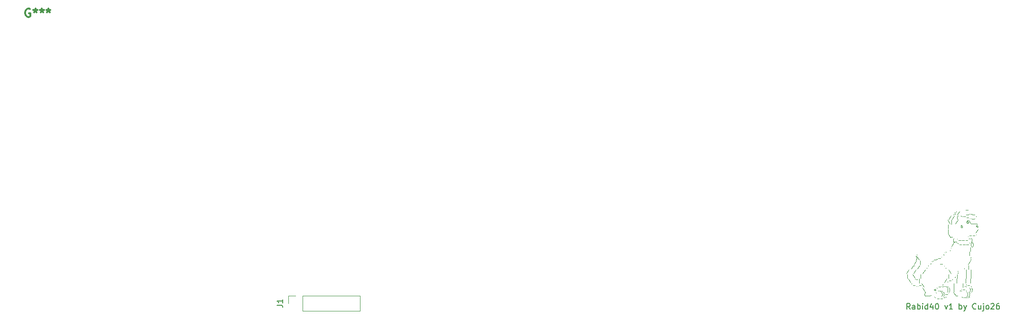
<source format=gto>
%TF.GenerationSoftware,KiCad,Pcbnew,(6.0.6)*%
%TF.CreationDate,2022-08-17T20:56:33+02:00*%
%TF.ProjectId,rabid40,72616269-6434-4302-9e6b-696361645f70,rev?*%
%TF.SameCoordinates,Original*%
%TF.FileFunction,Legend,Top*%
%TF.FilePolarity,Positive*%
%FSLAX46Y46*%
G04 Gerber Fmt 4.6, Leading zero omitted, Abs format (unit mm)*
G04 Created by KiCad (PCBNEW (6.0.6)) date 2022-08-17 20:56:33*
%MOMM*%
%LPD*%
G01*
G04 APERTURE LIST*
%ADD10C,0.150000*%
%ADD11C,0.125000*%
%ADD12C,0.300000*%
%ADD13C,0.120000*%
%ADD14C,3.987800*%
%ADD15C,1.750000*%
%ADD16C,3.048000*%
%ADD17R,1.700000X1.700000*%
%ADD18O,1.700000X1.700000*%
G04 APERTURE END LIST*
D10*
X183703333Y-113432380D02*
X183370000Y-112956190D01*
X183131904Y-113432380D02*
X183131904Y-112432380D01*
X183512857Y-112432380D01*
X183608095Y-112480000D01*
X183655714Y-112527619D01*
X183703333Y-112622857D01*
X183703333Y-112765714D01*
X183655714Y-112860952D01*
X183608095Y-112908571D01*
X183512857Y-112956190D01*
X183131904Y-112956190D01*
X184560476Y-113432380D02*
X184560476Y-112908571D01*
X184512857Y-112813333D01*
X184417619Y-112765714D01*
X184227142Y-112765714D01*
X184131904Y-112813333D01*
X184560476Y-113384761D02*
X184465238Y-113432380D01*
X184227142Y-113432380D01*
X184131904Y-113384761D01*
X184084285Y-113289523D01*
X184084285Y-113194285D01*
X184131904Y-113099047D01*
X184227142Y-113051428D01*
X184465238Y-113051428D01*
X184560476Y-113003809D01*
X185036666Y-113432380D02*
X185036666Y-112432380D01*
X185036666Y-112813333D02*
X185131904Y-112765714D01*
X185322380Y-112765714D01*
X185417619Y-112813333D01*
X185465238Y-112860952D01*
X185512857Y-112956190D01*
X185512857Y-113241904D01*
X185465238Y-113337142D01*
X185417619Y-113384761D01*
X185322380Y-113432380D01*
X185131904Y-113432380D01*
X185036666Y-113384761D01*
X185941428Y-113432380D02*
X185941428Y-112765714D01*
X185941428Y-112432380D02*
X185893809Y-112480000D01*
X185941428Y-112527619D01*
X185989047Y-112480000D01*
X185941428Y-112432380D01*
X185941428Y-112527619D01*
X186846190Y-113432380D02*
X186846190Y-112432380D01*
X186846190Y-113384761D02*
X186750952Y-113432380D01*
X186560476Y-113432380D01*
X186465238Y-113384761D01*
X186417619Y-113337142D01*
X186370000Y-113241904D01*
X186370000Y-112956190D01*
X186417619Y-112860952D01*
X186465238Y-112813333D01*
X186560476Y-112765714D01*
X186750952Y-112765714D01*
X186846190Y-112813333D01*
X187750952Y-112765714D02*
X187750952Y-113432380D01*
X187512857Y-112384761D02*
X187274761Y-113099047D01*
X187893809Y-113099047D01*
X188465238Y-112432380D02*
X188560476Y-112432380D01*
X188655714Y-112480000D01*
X188703333Y-112527619D01*
X188750952Y-112622857D01*
X188798571Y-112813333D01*
X188798571Y-113051428D01*
X188750952Y-113241904D01*
X188703333Y-113337142D01*
X188655714Y-113384761D01*
X188560476Y-113432380D01*
X188465238Y-113432380D01*
X188370000Y-113384761D01*
X188322380Y-113337142D01*
X188274761Y-113241904D01*
X188227142Y-113051428D01*
X188227142Y-112813333D01*
X188274761Y-112622857D01*
X188322380Y-112527619D01*
X188370000Y-112480000D01*
X188465238Y-112432380D01*
X189893809Y-112765714D02*
X190131904Y-113432380D01*
X190370000Y-112765714D01*
X191274761Y-113432380D02*
X190703333Y-113432380D01*
X190989047Y-113432380D02*
X190989047Y-112432380D01*
X190893809Y-112575238D01*
X190798571Y-112670476D01*
X190703333Y-112718095D01*
X192465238Y-113432380D02*
X192465238Y-112432380D01*
X192465238Y-112813333D02*
X192560476Y-112765714D01*
X192750952Y-112765714D01*
X192846190Y-112813333D01*
X192893809Y-112860952D01*
X192941428Y-112956190D01*
X192941428Y-113241904D01*
X192893809Y-113337142D01*
X192846190Y-113384761D01*
X192750952Y-113432380D01*
X192560476Y-113432380D01*
X192465238Y-113384761D01*
X193274761Y-112765714D02*
X193512857Y-113432380D01*
X193750952Y-112765714D02*
X193512857Y-113432380D01*
X193417619Y-113670476D01*
X193370000Y-113718095D01*
X193274761Y-113765714D01*
X195465238Y-113337142D02*
X195417619Y-113384761D01*
X195274761Y-113432380D01*
X195179523Y-113432380D01*
X195036666Y-113384761D01*
X194941428Y-113289523D01*
X194893809Y-113194285D01*
X194846190Y-113003809D01*
X194846190Y-112860952D01*
X194893809Y-112670476D01*
X194941428Y-112575238D01*
X195036666Y-112480000D01*
X195179523Y-112432380D01*
X195274761Y-112432380D01*
X195417619Y-112480000D01*
X195465238Y-112527619D01*
X196322380Y-112765714D02*
X196322380Y-113432380D01*
X195893809Y-112765714D02*
X195893809Y-113289523D01*
X195941428Y-113384761D01*
X196036666Y-113432380D01*
X196179523Y-113432380D01*
X196274761Y-113384761D01*
X196322380Y-113337142D01*
X196798571Y-112765714D02*
X196798571Y-113622857D01*
X196750952Y-113718095D01*
X196655714Y-113765714D01*
X196608095Y-113765714D01*
X196798571Y-112432380D02*
X196750952Y-112480000D01*
X196798571Y-112527619D01*
X196846190Y-112480000D01*
X196798571Y-112432380D01*
X196798571Y-112527619D01*
X197417619Y-113432380D02*
X197322380Y-113384761D01*
X197274761Y-113337142D01*
X197227142Y-113241904D01*
X197227142Y-112956190D01*
X197274761Y-112860952D01*
X197322380Y-112813333D01*
X197417619Y-112765714D01*
X197560476Y-112765714D01*
X197655714Y-112813333D01*
X197703333Y-112860952D01*
X197750952Y-112956190D01*
X197750952Y-113241904D01*
X197703333Y-113337142D01*
X197655714Y-113384761D01*
X197560476Y-113432380D01*
X197417619Y-113432380D01*
X198131904Y-112527619D02*
X198179523Y-112480000D01*
X198274761Y-112432380D01*
X198512857Y-112432380D01*
X198608095Y-112480000D01*
X198655714Y-112527619D01*
X198703333Y-112622857D01*
X198703333Y-112718095D01*
X198655714Y-112860952D01*
X198084285Y-113432380D01*
X198703333Y-113432380D01*
X199560476Y-112432380D02*
X199370000Y-112432380D01*
X199274761Y-112480000D01*
X199227142Y-112527619D01*
X199131904Y-112670476D01*
X199084285Y-112860952D01*
X199084285Y-113241904D01*
X199131904Y-113337142D01*
X199179523Y-113384761D01*
X199274761Y-113432380D01*
X199465238Y-113432380D01*
X199560476Y-113384761D01*
X199608095Y-113337142D01*
X199655714Y-113241904D01*
X199655714Y-113003809D01*
X199608095Y-112908571D01*
X199560476Y-112860952D01*
X199465238Y-112813333D01*
X199274761Y-112813333D01*
X199179523Y-112860952D01*
X199131904Y-112908571D01*
X199084285Y-113003809D01*
D11*
X193646666Y-95723809D02*
X194027619Y-95723809D01*
X191479999Y-96457380D02*
X191479999Y-96481190D01*
X191456190Y-96528809D01*
X191432380Y-96552619D01*
X191694285Y-96433571D02*
X191718095Y-96457380D01*
X191694285Y-96481190D01*
X191670476Y-96457380D01*
X191694285Y-96433571D01*
X191694285Y-96481190D01*
X191694285Y-96171666D02*
X191718095Y-96195476D01*
X191694285Y-96219285D01*
X191670476Y-96195476D01*
X191694285Y-96171666D01*
X191694285Y-96219285D01*
X191956190Y-95981190D02*
X191908571Y-96076428D01*
X192527619Y-95957380D02*
X192099047Y-96600238D01*
X193718095Y-96528809D02*
X194099047Y-96528809D01*
X194218095Y-96433571D02*
X194241904Y-96457380D01*
X194218095Y-96481190D01*
X194194285Y-96457380D01*
X194218095Y-96433571D01*
X194218095Y-96481190D01*
X194456190Y-96433571D02*
X194479999Y-96457380D01*
X194456190Y-96481190D01*
X194432380Y-96457380D01*
X194456190Y-96433571D01*
X194456190Y-96481190D01*
X194694285Y-96433571D02*
X194718095Y-96457380D01*
X194694285Y-96481190D01*
X194670476Y-96457380D01*
X194694285Y-96433571D01*
X194694285Y-96481190D01*
X194813333Y-96528809D02*
X195194285Y-96528809D01*
X191027619Y-96762380D02*
X190599047Y-97405238D01*
X191551428Y-96762380D02*
X191122857Y-97405238D01*
X192241904Y-97476666D02*
X192218095Y-97452857D01*
X192170476Y-97381428D01*
X192146666Y-97333809D01*
X192122857Y-97262380D01*
X192099047Y-97143333D01*
X192099047Y-97048095D01*
X192122857Y-96929047D01*
X192146666Y-96857619D01*
X192170476Y-96810000D01*
X192218095Y-96738571D01*
X192241904Y-96714761D01*
X192741904Y-96762380D02*
X192813333Y-96833809D01*
X192980000Y-96786190D02*
X192980000Y-96881428D01*
X193170476Y-96786190D02*
X193170476Y-96881428D01*
X193360952Y-96786190D02*
X193360952Y-96881428D01*
X193551428Y-96786190D02*
X193551428Y-96881428D01*
X193765714Y-97095714D02*
X194146666Y-97095714D01*
X194384761Y-97238571D02*
X194408571Y-97262380D01*
X194384761Y-97286190D01*
X194360952Y-97262380D01*
X194384761Y-97238571D01*
X194384761Y-97286190D01*
X194622857Y-97238571D02*
X194646666Y-97262380D01*
X194622857Y-97286190D01*
X194599047Y-97262380D01*
X194622857Y-97238571D01*
X194622857Y-97286190D01*
X194741904Y-97333809D02*
X195122857Y-97333809D01*
X195241904Y-97238571D02*
X195265714Y-97262380D01*
X195241904Y-97286190D01*
X195218095Y-97262380D01*
X195241904Y-97238571D01*
X195241904Y-97286190D01*
X195503809Y-96786190D02*
X195456190Y-96881428D01*
X190432380Y-97543571D02*
X190860952Y-98186428D01*
X191051428Y-98257857D02*
X191051428Y-97543571D01*
X192146666Y-97567380D02*
X191718095Y-98210238D01*
X194051428Y-97591190D02*
X193956190Y-97591190D01*
X193908571Y-97615000D01*
X193884761Y-97638809D01*
X193837142Y-97710238D01*
X193813333Y-97805476D01*
X193813333Y-97995952D01*
X193837142Y-98043571D01*
X193860952Y-98067380D01*
X193908571Y-98091190D01*
X194003809Y-98091190D01*
X194051428Y-98067380D01*
X194075238Y-98043571D01*
X194099047Y-97995952D01*
X194099047Y-97876904D01*
X194075238Y-97829285D01*
X194051428Y-97805476D01*
X194003809Y-97781666D01*
X193908571Y-97781666D01*
X193860952Y-97805476D01*
X193837142Y-97829285D01*
X193813333Y-97876904D01*
X194146666Y-97543571D02*
X194575238Y-98186428D01*
X194527619Y-98138809D02*
X194908571Y-98138809D01*
X194908571Y-98138809D02*
X195289523Y-98138809D01*
X195289523Y-98138809D02*
X195670476Y-98138809D01*
X190503809Y-99062857D02*
X190503809Y-98348571D01*
X192980000Y-98396190D02*
X192884761Y-98396190D01*
X192837142Y-98420000D01*
X192813333Y-98443809D01*
X192765714Y-98515238D01*
X192741904Y-98610476D01*
X192741904Y-98800952D01*
X192765714Y-98848571D01*
X192789523Y-98872380D01*
X192837142Y-98896190D01*
X192932380Y-98896190D01*
X192980000Y-98872380D01*
X193003809Y-98848571D01*
X193027619Y-98800952D01*
X193027619Y-98681904D01*
X193003809Y-98634285D01*
X192980000Y-98610476D01*
X192932380Y-98586666D01*
X192837142Y-98586666D01*
X192789523Y-98610476D01*
X192765714Y-98634285D01*
X192741904Y-98681904D01*
X195741904Y-98562857D02*
X195741904Y-98896190D01*
X195622857Y-98372380D02*
X195503809Y-98729523D01*
X195813333Y-98729523D01*
X190527619Y-99867857D02*
X190527619Y-99153571D01*
X195813333Y-99177380D02*
X195384761Y-99820238D01*
X190480000Y-99958571D02*
X190908571Y-100601428D01*
X190860952Y-100553809D02*
X191241904Y-100553809D01*
X194027619Y-100458571D02*
X194051428Y-100482380D01*
X194027619Y-100506190D01*
X194003809Y-100482380D01*
X194027619Y-100458571D01*
X194027619Y-100506190D01*
X194265714Y-100315714D02*
X194646666Y-100315714D01*
X194884761Y-100315714D02*
X195265714Y-100315714D01*
X195527619Y-100006190D02*
X195480000Y-100101428D01*
X191551428Y-101501666D02*
X191527619Y-101477857D01*
X191480000Y-101406428D01*
X191456190Y-101358809D01*
X191432380Y-101287380D01*
X191408571Y-101168333D01*
X191408571Y-101073095D01*
X191432380Y-100954047D01*
X191456190Y-100882619D01*
X191480000Y-100835000D01*
X191527619Y-100763571D01*
X191551428Y-100739761D01*
X191622857Y-101358809D02*
X192003809Y-101358809D01*
X192146666Y-100811190D02*
X192099047Y-100906428D01*
X192360952Y-101120714D02*
X192741904Y-101120714D01*
X192980000Y-101120714D02*
X193360952Y-101120714D01*
X193599047Y-101120714D02*
X193980000Y-101120714D01*
X194241904Y-100811190D02*
X194194285Y-100906428D01*
X194384761Y-100787380D02*
X194456190Y-100858809D01*
X194599047Y-101501666D02*
X194622857Y-101477857D01*
X194670476Y-101406428D01*
X194694285Y-101358809D01*
X194718095Y-101287380D01*
X194741904Y-101168333D01*
X194741904Y-101073095D01*
X194718095Y-100954047D01*
X194694285Y-100882619D01*
X194670476Y-100835000D01*
X194622857Y-100763571D01*
X194599047Y-100739761D01*
X191527619Y-101592380D02*
X191099047Y-102235238D01*
X192003809Y-101592380D02*
X192075238Y-101663809D01*
X192289523Y-101616190D02*
X192241904Y-101711428D01*
X192503809Y-101925714D02*
X192884761Y-101925714D01*
X193122857Y-101925714D02*
X193503809Y-101925714D01*
X193741904Y-101925714D02*
X194122857Y-101925714D01*
X194289523Y-101592380D02*
X194360952Y-101663809D01*
X194694285Y-102306666D02*
X194670476Y-102282857D01*
X194622857Y-102211428D01*
X194599047Y-102163809D01*
X194575238Y-102092380D01*
X194551428Y-101973333D01*
X194551428Y-101878095D01*
X194575238Y-101759047D01*
X194599047Y-101687619D01*
X194622857Y-101640000D01*
X194670476Y-101568571D01*
X194694285Y-101544761D01*
X194837142Y-102306666D02*
X194860952Y-102282857D01*
X194908571Y-102211428D01*
X194932380Y-102163809D01*
X194956190Y-102092380D01*
X194980000Y-101973333D01*
X194980000Y-101878095D01*
X194956190Y-101759047D01*
X194932380Y-101687619D01*
X194908571Y-101640000D01*
X194860952Y-101568571D01*
X194837142Y-101544761D01*
X190837142Y-102897380D02*
X190837142Y-102921190D01*
X190813333Y-102968809D01*
X190789523Y-102992619D01*
X191075238Y-102421190D02*
X191027619Y-102516428D01*
X194456190Y-103087857D02*
X194456190Y-102373571D01*
X184908571Y-103702380D02*
X184908571Y-103726190D01*
X184884761Y-103773809D01*
X184860952Y-103797619D01*
X189694285Y-103678571D02*
X189718095Y-103702380D01*
X189694285Y-103726190D01*
X189670476Y-103702380D01*
X189694285Y-103678571D01*
X189694285Y-103726190D01*
X189956190Y-103226190D02*
X189908571Y-103321428D01*
X190099047Y-103202380D02*
X190170476Y-103273809D01*
X194289523Y-103892857D02*
X194289523Y-103178571D01*
X184718095Y-104721666D02*
X184741904Y-104697857D01*
X184789523Y-104626428D01*
X184813333Y-104578809D01*
X184837142Y-104507380D01*
X184860952Y-104388333D01*
X184860952Y-104293095D01*
X184837142Y-104174047D01*
X184813333Y-104102619D01*
X184789523Y-104055000D01*
X184741904Y-103983571D01*
X184718095Y-103959761D01*
X184932380Y-103983571D02*
X185360952Y-104626428D01*
X187980000Y-104578809D02*
X188360952Y-104578809D01*
X188480000Y-104483571D02*
X188503809Y-104507380D01*
X188480000Y-104531190D01*
X188456190Y-104507380D01*
X188480000Y-104483571D01*
X188480000Y-104531190D01*
X188718095Y-104340714D02*
X189099047Y-104340714D01*
X189360952Y-104031190D02*
X189313333Y-104126428D01*
X194551428Y-104507380D02*
X194551428Y-104531190D01*
X194527619Y-104578809D01*
X194503809Y-104602619D01*
X194527619Y-104221666D02*
X194551428Y-104245476D01*
X194527619Y-104269285D01*
X194503809Y-104245476D01*
X194527619Y-104221666D01*
X194527619Y-104269285D01*
X184837142Y-104812380D02*
X184408571Y-105455238D01*
X185503809Y-105502857D02*
X185503809Y-104788571D01*
X187384761Y-105288571D02*
X187408571Y-105312380D01*
X187384761Y-105336190D01*
X187360952Y-105312380D01*
X187384761Y-105288571D01*
X187384761Y-105336190D01*
X187646666Y-104836190D02*
X187599047Y-104931428D01*
X187789523Y-104812380D02*
X187860952Y-104883809D01*
X189075238Y-105383809D02*
X189456190Y-105383809D01*
X194503809Y-104812380D02*
X194075238Y-105455238D01*
X184289523Y-105617380D02*
X183860952Y-106260238D01*
X184384761Y-105617380D02*
X184456190Y-105688809D01*
X185384761Y-105617380D02*
X184956190Y-106260238D01*
X186694285Y-106093571D02*
X186718095Y-106117380D01*
X186694285Y-106141190D01*
X186670476Y-106117380D01*
X186694285Y-106093571D01*
X186694285Y-106141190D01*
X186956190Y-105641190D02*
X186908571Y-105736428D01*
X189860952Y-105641190D02*
X189813333Y-105736428D01*
X190075238Y-106093571D02*
X190099047Y-106117380D01*
X190075238Y-106141190D01*
X190051428Y-106117380D01*
X190075238Y-106093571D01*
X190075238Y-106141190D01*
X193384761Y-106117380D02*
X193384761Y-106141190D01*
X193360952Y-106188809D01*
X193337142Y-106212619D01*
X194099047Y-106307857D02*
X194099047Y-105593571D01*
X183432380Y-106422380D02*
X183003809Y-107065238D01*
X184718095Y-106422380D02*
X184289523Y-107065238D01*
X186384761Y-106422380D02*
X185956190Y-107065238D01*
X190575238Y-106398571D02*
X191003809Y-107041428D01*
X192241904Y-106922380D02*
X192241904Y-106946190D01*
X192218095Y-106993809D01*
X192194285Y-107017619D01*
X192218095Y-106636666D02*
X192241904Y-106660476D01*
X192218095Y-106684285D01*
X192194285Y-106660476D01*
X192218095Y-106636666D01*
X192218095Y-106684285D01*
X193718095Y-107112857D02*
X193718095Y-106398571D01*
X194575238Y-107112857D02*
X194575238Y-106398571D01*
X183218095Y-107917857D02*
X183218095Y-107203571D01*
X184170476Y-107203571D02*
X184599047Y-107846428D01*
X185551428Y-107917857D02*
X185551428Y-107203571D01*
X190599047Y-107917857D02*
X190599047Y-107203571D01*
X191718095Y-107703571D02*
X191741904Y-107727380D01*
X191718095Y-107751190D01*
X191694285Y-107727380D01*
X191718095Y-107703571D01*
X191718095Y-107751190D01*
X192075238Y-107917857D02*
X192075238Y-107203571D01*
X193694285Y-107917857D02*
X193694285Y-107203571D01*
X194551428Y-107917857D02*
X194551428Y-107203571D01*
X183384761Y-108008571D02*
X183813333Y-108651428D01*
X184575238Y-108032380D02*
X184646666Y-108103809D01*
X184813333Y-108056190D02*
X184813333Y-108151428D01*
X185003809Y-108056190D02*
X185003809Y-108151428D01*
X185337142Y-108722857D02*
X185337142Y-108008571D01*
X190241904Y-108032380D02*
X189813333Y-108675238D01*
X190408571Y-108508571D02*
X190432380Y-108532380D01*
X190408571Y-108556190D01*
X190384761Y-108532380D01*
X190408571Y-108508571D01*
X190408571Y-108556190D01*
X190646666Y-108365714D02*
X191027619Y-108365714D01*
X191289523Y-108056190D02*
X191241904Y-108151428D01*
X192003809Y-108722857D02*
X192003809Y-108008571D01*
X193622857Y-108722857D02*
X193622857Y-108008571D01*
X194479999Y-108722857D02*
X194479999Y-108008571D01*
X183980000Y-108861190D02*
X183932380Y-108956428D01*
X184194285Y-109170714D02*
X184575238Y-109170714D01*
X184813333Y-109313571D02*
X184837142Y-109337380D01*
X184813333Y-109361190D01*
X184789523Y-109337380D01*
X184813333Y-109313571D01*
X184813333Y-109361190D01*
X185051428Y-109313571D02*
X185075238Y-109337380D01*
X185051428Y-109361190D01*
X185027619Y-109337380D01*
X185051428Y-109313571D01*
X185051428Y-109361190D01*
X185289523Y-109170714D02*
X185670476Y-109170714D01*
X185741904Y-108813571D02*
X186170476Y-109456428D01*
X188789523Y-109408809D02*
X189170476Y-109408809D01*
X189289523Y-109313571D02*
X189313333Y-109337380D01*
X189289523Y-109361190D01*
X189265714Y-109337380D01*
X189289523Y-109313571D01*
X189289523Y-109361190D01*
X189551428Y-109337380D02*
X189551428Y-109361190D01*
X189527619Y-109408809D01*
X189503809Y-109432619D01*
X189527619Y-109051666D02*
X189551428Y-109075476D01*
X189527619Y-109099285D01*
X189503809Y-109075476D01*
X189527619Y-109051666D01*
X189527619Y-109099285D01*
X189765714Y-109313571D02*
X189789523Y-109337380D01*
X189765714Y-109361190D01*
X189741904Y-109337380D01*
X189765714Y-109313571D01*
X189765714Y-109361190D01*
X190003809Y-109313571D02*
X190027619Y-109337380D01*
X190003809Y-109361190D01*
X189980000Y-109337380D01*
X190003809Y-109313571D01*
X190003809Y-109361190D01*
X190122857Y-109408809D02*
X190503809Y-109408809D01*
X191503809Y-109527857D02*
X191503809Y-108813571D01*
X193122857Y-109527857D02*
X193122857Y-108813571D01*
X193480000Y-109313571D02*
X193503809Y-109337380D01*
X193480000Y-109361190D01*
X193456190Y-109337380D01*
X193480000Y-109313571D01*
X193480000Y-109361190D01*
X193741904Y-109337380D02*
X193741904Y-109361190D01*
X193718095Y-109408809D01*
X193694285Y-109432619D01*
X193718095Y-109051666D02*
X193741904Y-109075476D01*
X193718095Y-109099285D01*
X193694285Y-109075476D01*
X193718095Y-109051666D01*
X193718095Y-109099285D01*
X193956190Y-109170714D02*
X194337142Y-109170714D01*
X194575238Y-109313571D02*
X194599047Y-109337380D01*
X194575238Y-109361190D01*
X194551428Y-109337380D01*
X194575238Y-109313571D01*
X194575238Y-109361190D01*
X185884761Y-109618571D02*
X186313333Y-110261428D01*
X188289523Y-109832857D02*
X187908571Y-109975714D01*
X188289523Y-110118571D01*
X188456190Y-109642380D02*
X188527619Y-109713809D01*
X188718095Y-110118571D02*
X188741904Y-110142380D01*
X188718095Y-110166190D01*
X188694285Y-110142380D01*
X188718095Y-110118571D01*
X188718095Y-110166190D01*
X188956190Y-110118571D02*
X188980000Y-110142380D01*
X188956190Y-110166190D01*
X188932380Y-110142380D01*
X188956190Y-110118571D01*
X188956190Y-110166190D01*
X189075238Y-110213809D02*
X189456190Y-110213809D01*
X190289523Y-110356666D02*
X190313333Y-110332857D01*
X190360952Y-110261428D01*
X190384761Y-110213809D01*
X190408571Y-110142380D01*
X190432380Y-110023333D01*
X190432380Y-109928095D01*
X190408571Y-109809047D01*
X190384761Y-109737619D01*
X190360952Y-109690000D01*
X190313333Y-109618571D01*
X190289523Y-109594761D01*
X190622857Y-110356666D02*
X190646666Y-110332857D01*
X190694285Y-110261428D01*
X190718095Y-110213809D01*
X190741904Y-110142380D01*
X190765714Y-110023333D01*
X190765714Y-109928095D01*
X190741904Y-109809047D01*
X190718095Y-109737619D01*
X190694285Y-109690000D01*
X190646666Y-109618571D01*
X190622857Y-109594761D01*
X191503809Y-110332857D02*
X191503809Y-109618571D01*
X192622857Y-110118571D02*
X192646666Y-110142380D01*
X192622857Y-110166190D01*
X192599047Y-110142380D01*
X192622857Y-110118571D01*
X192622857Y-110166190D01*
X192884761Y-110142380D02*
X192884761Y-110166190D01*
X192860952Y-110213809D01*
X192837142Y-110237619D01*
X192860952Y-109856666D02*
X192884761Y-109880476D01*
X192860952Y-109904285D01*
X192837142Y-109880476D01*
X192860952Y-109856666D01*
X192860952Y-109904285D01*
X193099047Y-109975714D02*
X193480000Y-109975714D01*
X193718095Y-110118571D02*
X193741904Y-110142380D01*
X193718095Y-110166190D01*
X193694285Y-110142380D01*
X193718095Y-110118571D01*
X193718095Y-110166190D01*
X194289523Y-110356666D02*
X194313333Y-110332857D01*
X194360952Y-110261428D01*
X194384761Y-110213809D01*
X194408571Y-110142380D01*
X194432380Y-110023333D01*
X194432380Y-109928095D01*
X194408571Y-109809047D01*
X194384761Y-109737619D01*
X194360952Y-109690000D01*
X194313333Y-109618571D01*
X194289523Y-109594761D01*
X194622857Y-110356666D02*
X194646666Y-110332857D01*
X194694285Y-110261428D01*
X194718095Y-110213809D01*
X194741904Y-110142380D01*
X194765714Y-110023333D01*
X194765714Y-109928095D01*
X194741904Y-109809047D01*
X194718095Y-109737619D01*
X194694285Y-109690000D01*
X194646666Y-109618571D01*
X194622857Y-109594761D01*
X186432380Y-111161666D02*
X186408571Y-111137857D01*
X186360952Y-111066428D01*
X186337142Y-111018809D01*
X186313333Y-110947380D01*
X186289523Y-110828333D01*
X186289523Y-110733095D01*
X186313333Y-110614047D01*
X186337142Y-110542619D01*
X186360952Y-110495000D01*
X186408571Y-110423571D01*
X186432380Y-110399761D01*
X186503809Y-111018809D02*
X186884761Y-111018809D01*
X186884761Y-111018809D02*
X187265714Y-111018809D01*
X187384761Y-110923571D02*
X187408571Y-110947380D01*
X187384761Y-110971190D01*
X187360952Y-110947380D01*
X187384761Y-110923571D01*
X187384761Y-110971190D01*
X188313333Y-110447380D02*
X188384761Y-110518809D01*
X189289523Y-111161666D02*
X189313333Y-111137857D01*
X189360952Y-111066428D01*
X189384761Y-111018809D01*
X189408571Y-110947380D01*
X189432380Y-110828333D01*
X189432380Y-110733095D01*
X189408571Y-110614047D01*
X189384761Y-110542619D01*
X189360952Y-110495000D01*
X189313333Y-110423571D01*
X189289523Y-110399761D01*
X189622857Y-111161666D02*
X189646666Y-111137857D01*
X189694285Y-111066428D01*
X189718095Y-111018809D01*
X189741904Y-110947380D01*
X189765714Y-110828333D01*
X189765714Y-110733095D01*
X189741904Y-110614047D01*
X189718095Y-110542619D01*
X189694285Y-110495000D01*
X189646666Y-110423571D01*
X189622857Y-110399761D01*
X190003809Y-110780714D02*
X190384761Y-110780714D01*
X190646666Y-110471190D02*
X190599047Y-110566428D01*
X191456190Y-110423571D02*
X191884761Y-111066428D01*
X191837142Y-111018809D02*
X192218095Y-111018809D01*
X193813333Y-111161666D02*
X193837142Y-111137857D01*
X193884761Y-111066428D01*
X193908571Y-111018809D01*
X193932380Y-110947380D01*
X193956190Y-110828333D01*
X193956190Y-110733095D01*
X193932380Y-110614047D01*
X193908571Y-110542619D01*
X193884761Y-110495000D01*
X193837142Y-110423571D01*
X193813333Y-110399761D01*
X194146666Y-111161666D02*
X194170476Y-111137857D01*
X194218095Y-111066428D01*
X194241904Y-111018809D01*
X194265714Y-110947380D01*
X194289523Y-110828333D01*
X194289523Y-110733095D01*
X194265714Y-110614047D01*
X194241904Y-110542619D01*
X194218095Y-110495000D01*
X194170476Y-110423571D01*
X194146666Y-110399761D01*
X194551428Y-110471190D02*
X194503809Y-110566428D01*
X188003809Y-111252380D02*
X188075238Y-111323809D01*
X188289523Y-111276190D02*
X188241904Y-111371428D01*
X188503809Y-111585714D02*
X188884761Y-111585714D01*
X189122857Y-111585714D02*
X189503809Y-111585714D01*
X189718095Y-111276190D02*
X189718095Y-111371428D01*
X189908571Y-111276190D02*
X189908571Y-111371428D01*
X190051428Y-111252380D02*
X190122857Y-111323809D01*
X192908571Y-111252380D02*
X192980000Y-111323809D01*
X193146666Y-111276190D02*
X193146666Y-111371428D01*
X193337142Y-111276190D02*
X193337142Y-111371428D01*
X193527619Y-111276190D02*
X193527619Y-111371428D01*
X193718095Y-111276190D02*
X193718095Y-111371428D01*
X193908571Y-111276190D02*
X193908571Y-111371428D01*
X194099047Y-111276190D02*
X194099047Y-111371428D01*
X194241904Y-111252380D02*
X194313333Y-111323809D01*
D12*
%TO.C,G\u002A\u002A\u002A*%
X26613682Y-59810812D02*
X26468539Y-59738240D01*
X26250825Y-59738240D01*
X26033111Y-59810812D01*
X25887968Y-59955954D01*
X25815396Y-60101097D01*
X25742825Y-60391383D01*
X25742825Y-60609097D01*
X25815396Y-60899383D01*
X25887968Y-61044526D01*
X26033111Y-61189669D01*
X26250825Y-61262240D01*
X26395968Y-61262240D01*
X26613682Y-61189669D01*
X26686254Y-61117097D01*
X26686254Y-60609097D01*
X26395968Y-60609097D01*
X27557111Y-59738240D02*
X27557111Y-60101097D01*
X27194254Y-59955954D02*
X27557111Y-60101097D01*
X27919968Y-59955954D01*
X27339396Y-60391383D02*
X27557111Y-60101097D01*
X27774825Y-60391383D01*
X28718254Y-59738240D02*
X28718254Y-60101097D01*
X28355396Y-59955954D02*
X28718254Y-60101097D01*
X29081111Y-59955954D01*
X28500539Y-60391383D02*
X28718254Y-60101097D01*
X28935968Y-60391383D01*
X29879396Y-59738240D02*
X29879396Y-60101097D01*
X29516539Y-59955954D02*
X29879396Y-60101097D01*
X30242254Y-59955954D01*
X29661682Y-60391383D02*
X29879396Y-60101097D01*
X30097111Y-60391383D01*
D10*
%TO.C,J1*%
X70702380Y-112723333D02*
X71416666Y-112723333D01*
X71559523Y-112770952D01*
X71654761Y-112866190D01*
X71702380Y-113009047D01*
X71702380Y-113104285D01*
X71702380Y-111723333D02*
X71702380Y-112294761D01*
X71702380Y-112009047D02*
X70702380Y-112009047D01*
X70845238Y-112104285D01*
X70940476Y-112199523D01*
X70988095Y-112294761D01*
D13*
X75290000Y-111060000D02*
X85510000Y-111060000D01*
X75290000Y-113720000D02*
X75290000Y-111060000D01*
X72690000Y-111060000D02*
X74020000Y-111060000D01*
X85510000Y-113720000D02*
X85510000Y-111060000D01*
X72690000Y-112390000D02*
X72690000Y-111060000D01*
X75290000Y-113720000D02*
X85510000Y-113720000D01*
%TD*%
%LPC*%
D14*
%TO.C,P1*%
X213548750Y-47933750D03*
D15*
X208468750Y-47933750D03*
X218628750Y-47933750D03*
%TD*%
%TO.C,Q1*%
X37018750Y-47933750D03*
D14*
X42098750Y-47933750D03*
D15*
X47178750Y-47933750D03*
%TD*%
D14*
%TO.C,W1*%
X61148750Y-47933750D03*
D15*
X56068750Y-47933750D03*
X66228750Y-47933750D03*
%TD*%
D14*
%TO.C,G1*%
X123061250Y-66983750D03*
D15*
X128141250Y-66983750D03*
X117981250Y-66983750D03*
%TD*%
%TO.C,D46*%
X90041250Y-66983750D03*
D14*
X84961250Y-66983750D03*
D15*
X79881250Y-66983750D03*
%TD*%
%TO.C,E1*%
X75118750Y-47933750D03*
X85278750Y-47933750D03*
D14*
X80198750Y-47933750D03*
%TD*%
%TO.C,;1*%
X218311250Y-66983750D03*
D15*
X213231250Y-66983750D03*
X223391250Y-66983750D03*
%TD*%
D14*
%TO.C,Stab_Enter1*%
X256411250Y-75238750D03*
D16*
X280223750Y-59998750D03*
X256411250Y-59998750D03*
D14*
X280223750Y-75238750D03*
%TD*%
D15*
%TO.C,T1*%
X123378750Y-47933750D03*
D14*
X118298750Y-47933750D03*
D15*
X113218750Y-47933750D03*
%TD*%
%TO.C,J3*%
X156081250Y-66983750D03*
D14*
X161161250Y-66983750D03*
D15*
X166241250Y-66983750D03*
%TD*%
D14*
%TO.C,WIN1*%
X41304997Y-105083762D03*
D15*
X36224997Y-105083762D03*
X46384997Y-105083762D03*
%TD*%
%TO.C,ALT2*%
X232122497Y-105083762D03*
D14*
X227042497Y-105083762D03*
D15*
X221962497Y-105083762D03*
%TD*%
D17*
%TO.C,J1*%
X74020000Y-112390000D03*
D18*
X76560000Y-112390000D03*
X79100000Y-112390000D03*
X81640000Y-112390000D03*
X84180000Y-112390000D03*
%TD*%
D14*
%TO.C,H1*%
X142111250Y-66983750D03*
D15*
X137031250Y-66983750D03*
X147191250Y-66983750D03*
%TD*%
%TO.C,<1*%
X194816250Y-86033750D03*
D14*
X189736250Y-86033750D03*
D15*
X184656250Y-86033750D03*
%TD*%
D14*
%TO.C,Stab_Spc2.25*%
X107993520Y-96824148D03*
X131806020Y-96824148D03*
%TD*%
D15*
%TO.C,U4*%
X161478750Y-47933750D03*
X151318750Y-47933750D03*
D14*
X156398750Y-47933750D03*
%TD*%
%TO.C,L1*%
X199261250Y-66983750D03*
D15*
X204341250Y-66983750D03*
X194181250Y-66983750D03*
%TD*%
D14*
%TO.C,Stab_Spc7u1*%
X88930000Y-96828750D03*
X203230000Y-96828750D03*
%TD*%
D15*
%TO.C,TAB1*%
X23366250Y-47933750D03*
D14*
X18286250Y-47933750D03*
D15*
X13206250Y-47933750D03*
%TD*%
%TO.C,[1*%
X227518750Y-47933750D03*
X237678750Y-47933750D03*
D14*
X232598750Y-47933750D03*
%TD*%
%TO.C,I1*%
X175448750Y-47933750D03*
D15*
X170368750Y-47933750D03*
X180528750Y-47933750D03*
%TD*%
D14*
%TO.C,F2*%
X104011250Y-66983750D03*
D15*
X109091250Y-66983750D03*
X98931250Y-66983750D03*
%TD*%
D14*
%TO.C,STEPCTRL1*%
X15905000Y-66983750D03*
D15*
X20985000Y-66983750D03*
X10825000Y-66983750D03*
%TD*%
%TO.C,V1*%
X108456250Y-86033750D03*
X118616250Y-86033750D03*
D14*
X113536250Y-86033750D03*
%TD*%
%TO.C,SHIFT3*%
X263555000Y-86033750D03*
D15*
X268635000Y-86033750D03*
X258475000Y-86033750D03*
%TD*%
D14*
%TO.C,CTRL1*%
X20667500Y-66983750D03*
D15*
X25747500Y-66983750D03*
X15587500Y-66983750D03*
%TD*%
D14*
%TO.C,BSPC1*%
X275461250Y-47933750D03*
D15*
X280541250Y-47933750D03*
X270381250Y-47933750D03*
%TD*%
D14*
%TO.C,SPACE_7u1*%
X146080000Y-105083750D03*
D15*
X151160000Y-105083750D03*
X141000000Y-105083750D03*
%TD*%
%TO.C,Y2*%
X132268750Y-47933750D03*
X142428750Y-47933750D03*
D14*
X137348750Y-47933750D03*
%TD*%
%TO.C,Stab_Spc2.75*%
X179417500Y-96828750D03*
X155605000Y-96828750D03*
%TD*%
D15*
%TO.C,SHIFT2*%
X248950000Y-86033750D03*
D14*
X254030000Y-86033750D03*
D15*
X259110000Y-86033750D03*
%TD*%
%TO.C,SPACE2.25*%
X114806250Y-105083750D03*
X124966250Y-105083750D03*
D14*
X119886250Y-105083750D03*
%TD*%
%TO.C,SPACE2.75*%
X167511250Y-105083750D03*
D15*
X162431250Y-105083750D03*
X172591250Y-105083750D03*
%TD*%
%TO.C,FN1*%
X285303750Y-86033750D03*
X275143750Y-86033750D03*
D14*
X280223750Y-86033750D03*
%TD*%
D15*
%TO.C,B1*%
X127506250Y-86033750D03*
X137666250Y-86033750D03*
D14*
X132586250Y-86033750D03*
%TD*%
D15*
%TO.C,SHIFT1*%
X20350000Y-86033750D03*
D14*
X25430000Y-86033750D03*
D15*
X30510000Y-86033750D03*
%TD*%
%TO.C,ALT1*%
X60037497Y-105083762D03*
D14*
X65117497Y-105083762D03*
D15*
X70197497Y-105083762D03*
%TD*%
D14*
%TO.C,Stab_RShift1*%
X275461250Y-94288750D03*
D16*
X275461250Y-79048750D03*
D14*
X251648750Y-94288750D03*
D16*
X251648750Y-79048750D03*
%TD*%
D15*
%TO.C,M1*%
X175766250Y-86033750D03*
D14*
X170686250Y-86033750D03*
D15*
X165606250Y-86033750D03*
%TD*%
D14*
%TO.C,Z1*%
X56386250Y-86033750D03*
D15*
X61466250Y-86033750D03*
X51306250Y-86033750D03*
%TD*%
%TO.C,C18*%
X89406250Y-86033750D03*
D14*
X94486250Y-86033750D03*
D15*
X99566250Y-86033750D03*
%TD*%
D14*
%TO.C,Stab_LShift1*%
X13523750Y-94288750D03*
D16*
X37336250Y-79048750D03*
D14*
X37336250Y-94288750D03*
D16*
X13523750Y-79048750D03*
%TD*%
D15*
%TO.C,S1*%
X70991250Y-66983750D03*
X60831250Y-66983750D03*
D14*
X65911250Y-66983750D03*
%TD*%
D15*
%TO.C,A1*%
X41781250Y-66983750D03*
X51941250Y-66983750D03*
D14*
X46861250Y-66983750D03*
%TD*%
%TO.C,'1*%
X237361250Y-66983750D03*
D15*
X242441250Y-66983750D03*
X232281250Y-66983750D03*
%TD*%
%TO.C,X1*%
X70356250Y-86033750D03*
D14*
X75436250Y-86033750D03*
D15*
X80516250Y-86033750D03*
%TD*%
%TO.C,/1*%
X222756250Y-86033750D03*
D14*
X227836250Y-86033750D03*
D15*
X232916250Y-86033750D03*
%TD*%
%TO.C,R6*%
X104328750Y-47933750D03*
D14*
X99248750Y-47933750D03*
D15*
X94168750Y-47933750D03*
%TD*%
%TO.C,RMOD11*%
X198150000Y-105083750D03*
X208310000Y-105083750D03*
D14*
X203230000Y-105083750D03*
%TD*%
%TO.C,K1*%
X180211250Y-66983750D03*
D15*
X175131250Y-66983750D03*
X185291250Y-66983750D03*
%TD*%
D14*
%TO.C,WIN2*%
X250855000Y-105083750D03*
D15*
X255935000Y-105083750D03*
X245775000Y-105083750D03*
%TD*%
D14*
%TO.C,>1*%
X208786250Y-86033750D03*
D15*
X203706250Y-86033750D03*
X213866250Y-86033750D03*
%TD*%
%TO.C,N1*%
X156716250Y-86033750D03*
X146556250Y-86033750D03*
D14*
X151636250Y-86033750D03*
%TD*%
D15*
%TO.C,]1*%
X256728750Y-47933750D03*
D14*
X251648750Y-47933750D03*
D15*
X246568750Y-47933750D03*
%TD*%
%TO.C,ENTER1*%
X273397500Y-66983750D03*
D14*
X268317500Y-66983750D03*
D15*
X263237500Y-66983750D03*
%TD*%
%TO.C,O1*%
X189418750Y-47933750D03*
D14*
X194498750Y-47933750D03*
D15*
X199578750Y-47933750D03*
%TD*%
D14*
%TO.C,LMOD1*%
X88930000Y-105083750D03*
D15*
X83850000Y-105083750D03*
X94010000Y-105083750D03*
%TD*%
D17*
%TO.C,SW7*%
X123630000Y-84760000D03*
D18*
X123630000Y-87300000D03*
%TD*%
M02*

</source>
